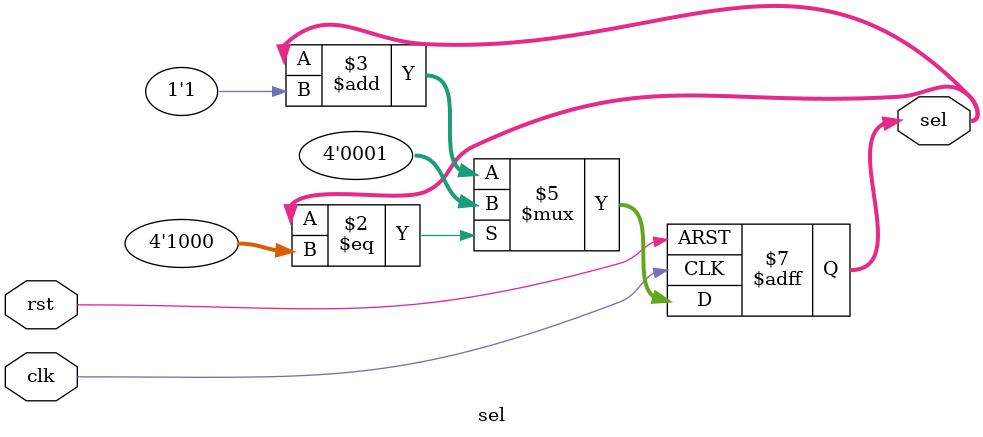
<source format=v>
module	 sel  ( 
// 输入端口         
    input				clk,      //刷新频率的时钟3Hz，355ms
    input				rst,      //系统复位信号
// 输出端口         
    output	reg [ 3:0 ]	sel
);
                        
// 时序逻辑         
 always @(posedge clk or posedge rst) begin 
     if (rst ) begin  
           sel<=4'b0000;            
     end 
     else begin
        if(sel==4'b1000)
           sel<=4'b0001;
        else
           sel<=sel+1'b1;       
     end 
end                
                       
endmodule
</source>
